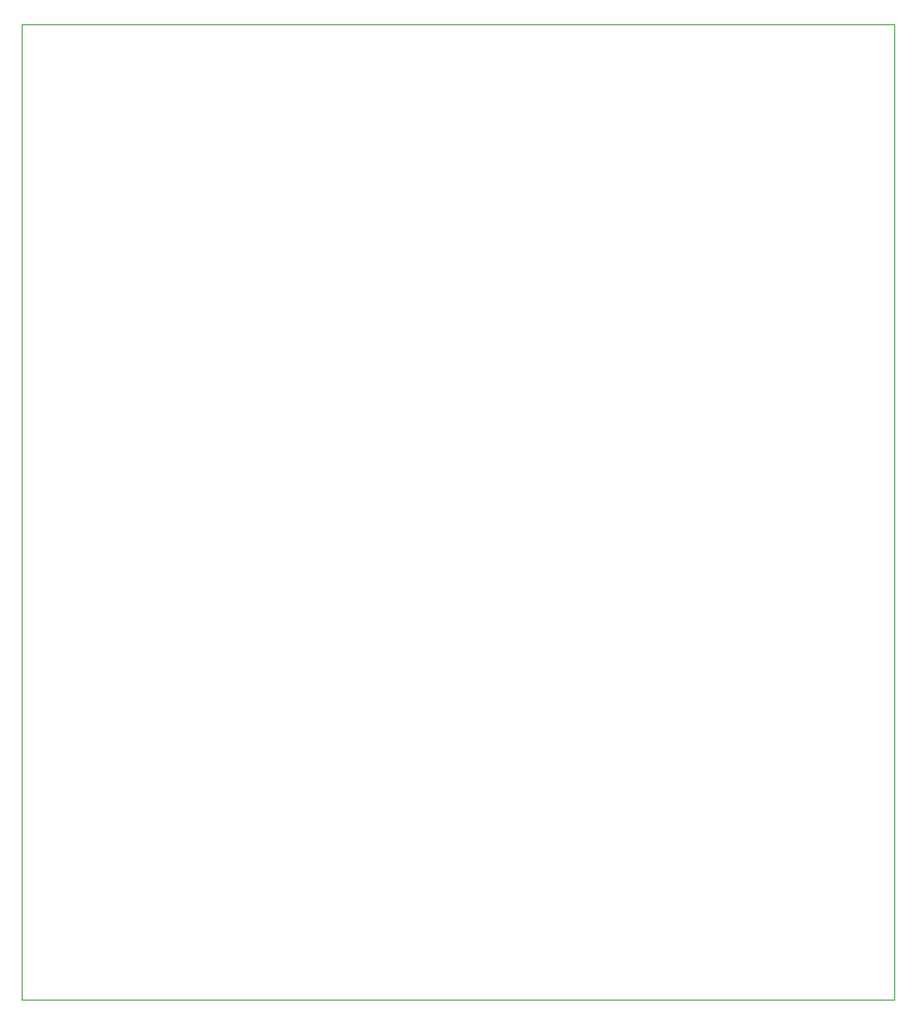
<source format=gbr>
G04 #@! TF.GenerationSoftware,KiCad,Pcbnew,(5.0.1)-3*
G04 #@! TF.CreationDate,2019-03-21T16:12:42+00:00*
G04 #@! TF.ProjectId,drumkid,6472756D6B69642E6B696361645F7063,v01*
G04 #@! TF.SameCoordinates,Original*
G04 #@! TF.FileFunction,Profile,NP*
%FSLAX46Y46*%
G04 Gerber Fmt 4.6, Leading zero omitted, Abs format (unit mm)*
G04 Created by KiCad (PCBNEW (5.0.1)-3) date 21/03/2019 16:12:42*
%MOMM*%
%LPD*%
G01*
G04 APERTURE LIST*
%ADD10C,0.025400*%
G04 APERTURE END LIST*
D10*
X130000000Y-30000000D02*
X45000000Y-30000000D01*
X130000000Y-125000000D02*
X130000000Y-30000000D01*
X45000000Y-125000000D02*
X130000000Y-125000000D01*
X45000000Y-30000000D02*
X45000000Y-125000000D01*
M02*

</source>
